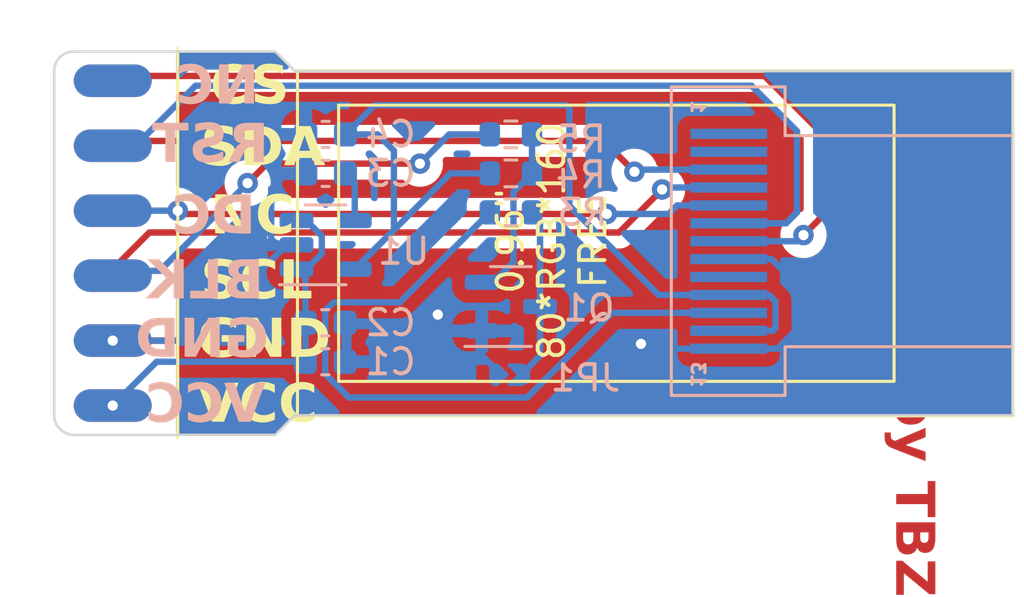
<source format=kicad_pcb>
(kicad_pcb (version 20221018) (generator pcbnew)
  (layers (0 "F.Cu" signal) (31 "B.Cu" signal) (34 "B.Paste" user) (35 "F.Paste" user) (36 "B.SilkS" user "B.Silkscreen") (37 "F.SilkS" user "F.Silkscreen") (38 "B.Mask" user) (39 "F.Mask" user) (44 "Edge.Cuts" user))
  (net 0 "")
  (net 1 "/3v3_ldo/VIN")
  (net 2 "/3v3_ldo/GND")
  (net 3 "Net-(U1-BP)")
  (net 4 "/3v3_ldo/VOUT")
  (net 5 "/PMOD_SPI/INT")
  (net 6 "/PMOD_SPI/RST")
  (net 7 "/PMOD_SPI/IO7")
  (net 8 "/PMOD_SPI/IO8")
  (net 9 "/PMOD_SPI/SCK")
  (net 10 "/PMOD_SPI/MISO")
  (net 11 "/PMOD_SPI/MOSI")
  (net 12 "/PMOD_SPI/CS")
  (net 13 "Net-(JP1-B)")
  (net 14 "Net-(Q1-B)")
  (net 15 "Net-(U4-LEDK)")
  (footprint "my_footprint:ips-16080-0.96" (layer "F.Cu") (at 170.115 84.455)
    (fp_text reference "U4" hide)
    (fp_text value "ips_0.96_16080")
    (fp_text user "1" (at 3.5814 -5.0038 270 unlocked) (layer "B.SilkS") (effects (font (size 0.5 0.5) (thickness 0.125)) (justify left bottom mirror)))
    (fp_text user "13" (at 3.5814 5.6896 270 unlocked) (layer "B.SilkS") (effects (font (size 0.5 0.5) (thickness 0.125)) (justify left bottom mirror)))
    (fp_text_box "0.96{dblquote}\n80*RGB*160\nFREE" (start -4.78277 5.318421) (end 2.83723 -5.476579) (angle 90) (layer "F.SilkS") (effects (font (size 1 1)) (justify top)))
    (fp_poly (pts (xy 16.17223 -4.206579) (xy 7.28223 -4.206579) (xy 7.28223 -6.111579) (xy 2.83723 -6.111579) (xy 2.83723 5.953421) (xy 7.28223 5.953421) (xy 7.28223 4.048421) (xy 16.17223 4.048421)) (stroke (width 0.12)) (fill none) (layer "B.SilkS"))
    (fp_rect (start -11.76777 -6.746579) (end 16.18223 6.753421) (stroke (width 0.12)) (fill none) (layer "F.SilkS"))
    (fp_rect (start -10.16 -5.396579) (end 11.54 5.403421) (stroke (width 0.12)) (fill none) (layer "F.SilkS"))
    (pad "1" smd rect (at 5.08 -4.2762) (size 3 0.4) (layers "B.Cu" "B.Paste" "B.Mask"))
    (pad "2" smd rect (at 5.08 -3.5762) (size 3 0.4) (layers "B.Cu" "B.Paste" "B.Mask"))
    (pad "3" smd rect (at 5.08 -2.8762) (size 3 0.4) (layers "B.Cu" "B.Paste" "B.Mask") (net 11 "/PMOD_SPI/MOSI"))
    (pad "4" smd rect (at 5.08 -2.1762) (size 3 0.4) (layers "B.Cu" "B.Paste" "B.Mask") (net 9 "/PMOD_SPI/SCK"))
    (pad "5" smd rect (at 5.08 -1.4762) (size 3 0.4) (layers "B.Cu" "B.Paste" "B.Mask") (net 7 "/PMOD_SPI/IO7"))
    (pad "6" smd rect (at 5.08 -0.7762) (size 3 0.4) (layers "B.Cu" "B.Paste" "B.Mask") (net 6 "/PMOD_SPI/RST"))
    (pad "7" smd rect (at 5.08 -0.0762) (size 3 0.4) (layers "B.Cu" "B.Paste" "B.Mask") (net 12 "/PMOD_SPI/CS"))
    (pad "8" smd rect (at 5.08 0.6238) (size 3 0.4) (layers "B.Cu" "B.Paste" "B.Mask") (net 2 "/3v3_ldo/GND"))
    (pad "9" smd rect (at 5.08 1.3238) (size 3 0.4) (layers "B.Cu" "B.Paste" "B.Mask"))
    (pad "10" smd rect (at 5.08 2.0238) (size 3 0.4) (layers "B.Cu" "B.Paste" "B.Mask") (net 4 "/3v3_ldo/VOUT"))
    (pad "11" smd rect (at 5.08 2.7238) (size 3 0.4) (layers "B.Cu" "B.Paste" "B.Mask") (net 15 "Net-(U4-LEDK)"))
    (pad "12" smd rect (at 5.08 3.4238) (size 3 0.4) (layers "B.Cu" "B.Paste" "B.Mask") (net 4 "/3v3_ldo/VOUT"))
    (pad "13" smd rect (at 5.08 4.1238) (size 3 0.4) (layers "B.Cu" "B.Paste" "B.Mask") (net 2 "/3v3_ldo/GND"))
  )
  (footprint "my_footprint:双面贴片排针" (layer "F.Cu") (at 151.13 84.455)
    (fp_text reference "J1" hide)
    (fp_text value "Conn_02x06_Odd_Even")
    (fp_line (start 2.54 -7.62) (end 2.54 7.62) (stroke (width 0.12)) (layer "F.SilkS"))
    (pad "1" smd roundrect (at 0 -6.35) (size 3.048 1.27) (layers "F.Cu" "F.Paste" "F.Mask") (roundrect_rratio 0.5) (net 12 "/PMOD_SPI/CS"))
    (pad "2" smd roundrect (at 0 -6.35) (size 3.048 1.27) (layers "B.Cu" "B.Paste" "B.Mask") (roundrect_rratio 0.5) (net 5 "/PMOD_SPI/INT"))
    (pad "3" smd roundrect (at 0 -3.81) (size 3.048 1.27) (layers "F.Cu" "F.Paste" "F.Mask") (roundrect_rratio 0.5) (net 11 "/PMOD_SPI/MOSI"))
    (pad "4" smd roundrect (at 0 -3.81) (size 3.048 1.27) (layers "B.Cu" "B.Paste" "B.Mask") (roundrect_rratio 0.5) (net 6 "/PMOD_SPI/RST"))
    (pad "5" smd roundrect (at 0 -1.27) (size 3.048 1.27) (layers "F.Cu" "F.Paste" "F.Mask") (roundrect_rratio 0.5) (net 10 "/PMOD_SPI/MISO"))
    (pad "6" smd roundrect (at 0 -1.27) (size 3.048 1.27) (layers "B.Cu" "B.Paste" "B.Mask") (roundrect_rratio 0.5) (net 7 "/PMOD_SPI/IO7"))
    (pad "7" smd roundrect (at 0 1.27) (size 3.048 1.27) (layers "F.Cu" "F.Paste" "F.Mask") (roundrect_rratio 0.5) (net 9 "/PMOD_SPI/SCK"))
    (pad "8" smd roundrect (at 0 1.27) (size 3.048 1.27) (layers "B.Cu" "B.Paste" "B.Mask") (roundrect_rratio 0.5) (net 8 "/PMOD_SPI/IO8"))
    (pad "9" smd roundrect (at 0 3.81) (size 3.048 1.27) (layers "F.Cu" "F.Paste" "F.Mask") (roundrect_rratio 0.5) (net 2 "/3v3_ldo/GND"))
    (pad "10" smd roundrect (at 0 3.81) (size 3.048 1.27) (layers "B.Cu" "B.Paste" "B.Mask") (roundrect_rratio 0.5) (net 2 "/3v3_ldo/GND"))
    (pad "11" smd roundrect (at 0 6.35) (size 3.048 1.27) (layers "F.Cu" "F.Paste" "F.Mask") (roundrect_rratio 0.5) (net 1 "/3v3_ldo/VIN"))
    (pad "12" smd roundrect (at 0 6.35) (size 3.048 1.27) (layers "B.Cu" "B.Paste" "B.Mask") (roundrect_rratio 0.5) (net 1 "/3v3_ldo/VIN"))
  )
  (footprint "Resistor_SMD:R_0603_1608Metric" (layer "B.Cu") (at 166.686 80.202)
    (fp_text reference "R5" (at 2.732 0.189) (layer "B.SilkS") (effects (justify mirror)))
    (fp_text value "1K")
    (fp_line (start -0.237258 -0.5225) (end 0.237258 -0.5225) (stroke (width 0.12)) (layer "B.SilkS"))
    (fp_line (start -0.237258 0.5225) (end 0.237258 0.5225) (stroke (width 0.12)) (layer "B.SilkS"))
    (pad "1" smd roundrect (at -0.825 0) (size 0.8 0.95) (layers "B.Cu" "B.Paste" "B.Mask") (net 8 "/PMOD_SPI/IO8"))
    (pad "2" smd roundrect (at 0.825 0) (size 0.8 0.95) (layers "B.Cu" "B.Paste" "B.Mask") (net 14 "Net-(Q1-B)"))
  )
  (footprint "Resistor_SMD:R_0603_1608Metric" (layer "B.Cu") (at 166.686 83.25 180)
    (fp_text reference "R3" (at -2.794 0) (layer "B.SilkS") (effects (justify mirror)))
    (fp_text value "10R")
    (fp_line (start -0.237258 -0.5225) (end 0.237258 -0.5225) (stroke (width 0.12)) (layer "B.SilkS"))
    (fp_line (start -0.237258 0.5225) (end 0.237258 0.5225) (stroke (width 0.12)) (layer "B.SilkS"))
    (pad "1" smd roundrect (at -0.825 0 180) (size 0.8 0.95) (layers "B.Cu" "B.Paste" "B.Mask") (net 13 "Net-(JP1-B)"))
    (pad "2" smd roundrect (at 0.825 0 180) (size 0.8 0.95) (layers "B.Cu" "B.Paste" "B.Mask") (net 15 "Net-(U4-LEDK)"))
  )
  (footprint "Capacitor_SMD:C_0603_1608Metric" (layer "B.Cu") (at 159.447 80.202)
    (fp_text reference "C4" (at 2.54 0) (layer "B.SilkS") (effects (justify mirror)))
    (fp_text value "4.7uF")
    (fp_line (start -0.14058 -0.51) (end 0.14058 -0.51) (stroke (width 0.12)) (layer "B.SilkS"))
    (fp_line (start -0.14058 0.51) (end 0.14058 0.51) (stroke (width 0.12)) (layer "B.SilkS"))
    (pad "1" smd roundrect (at -0.775 0) (size 0.9 0.95) (layers "B.Cu" "B.Paste" "B.Mask") (net 2 "/3v3_ldo/GND"))
    (pad "2" smd roundrect (at 0.775 0) (size 0.9 0.95) (layers "B.Cu" "B.Paste" "B.Mask") (net 4 "/3v3_ldo/VOUT"))
  )
  (footprint "my_footprint:Jumper-2-0402-Type_A" (layer "B.Cu") (at 166.676 89.6)
    (fp_text reference "JP1" (at 2.921 0.127 unlocked) (layer "B.SilkS") (effects (justify mirror)))
    (fp_text value "SolderJumper_2_Open")
    (pad "1" smd custom (at -0.4572 0) (size 0.102 0.102) (layers "B.Cu" "B.Paste" "B.Mask") (net 2 "/3v3_ldo/GND") (options (clearance outline) (anchor circle)) (primitives (gr_poly (pts (xy 0.318 0) (xy 0.191 0.127) (xy -0.063 0.381) (xy -0.19 0.381) (xy -0.317 0.254) (xy -0.317 0) (xy -0.317 -0.254) (xy -0.19 -0.381) (xy -0.063 -0.381) (xy 0.191 -0.127)) (width 0.12) (fill yes))))
    (pad "2" smd custom (at 0.508 0) (size 0.102 0.102) (layers "B.Cu" "B.Paste" "B.Mask") (net 13 "Net-(JP1-B)") (options (clearance outline) (anchor circle)) (primitives (gr_poly (pts (xy -0.569 0.381) (xy -0.061 0.381) (xy 0.193 0.254) (xy 0.193 -0.254) (xy -0.061 -0.381) (xy -0.569 -0.381) (xy -0.188 0)) (width 0.12) (fill yes))))
  )
  (footprint "Package_TO_SOT_SMD:SOT-23-3" (layer "B.Cu") (at 166.686 86.933)
    (fp_text reference "Q1" (at 3.048 0.061) (layer "B.SilkS") (effects (justify mirror)))
    (fp_text value "S8050")
    (fp_line (start 0 -1.56) (end -0.8 -1.56) (stroke (width 0.12)) (layer "B.SilkS"))
    (fp_line (start 0 -1.56) (end 0.8 -1.56) (stroke (width 0.12)) (layer "B.SilkS"))
    (fp_line (start 0 1.56) (end -1.8 1.56) (stroke (width 0.12)) (layer "B.SilkS"))
    (fp_line (start 0 1.56) (end 0.8 1.56) (stroke (width 0.12)) (layer "B.SilkS"))
    (pad "1" smd roundrect (at -1.1375 0.95) (size 1.325 0.6) (layers "B.Cu" "B.Paste" "B.Mask") (net 2 "/3v3_ldo/GND"))
    (pad "2" smd roundrect (at -1.1375 -0.95) (size 1.325 0.6) (layers "B.Cu" "B.Paste" "B.Mask") (net 14 "Net-(Q1-B)"))
    (pad "3" smd roundrect (at 1.1375 0) (size 1.325 0.6) (layers "B.Cu" "B.Paste" "B.Mask") (net 13 "Net-(JP1-B)"))
  )
  (footprint "Package_TO_SOT_SMD:SOT-23-5" (layer "B.Cu") (at 159.447 84.52)
    (fp_text reference "U1" (at 3.048 0.254) (layer "B.SilkS") (effects (justify mirror)))
    (fp_text value "RT9193-33GB")
    (fp_line (start 0 -1.56) (end -0.8 -1.56) (stroke (width 0.12)) (layer "B.SilkS"))
    (fp_line (start 0 -1.56) (end 0.8 -1.56) (stroke (width 0.12)) (layer "B.SilkS"))
    (fp_line (start 0 1.56) (end -1.8 1.56) (stroke (width 0.12)) (layer "B.SilkS"))
    (fp_line (start 0 1.56) (end 0.8 1.56) (stroke (width 0.12)) (layer "B.SilkS"))
    (pad "1" smd roundrect (at -1.1375 0.95) (size 1.325 0.6) (layers "B.Cu" "B.Paste" "B.Mask") (net 1 "/3v3_ldo/VIN"))
    (pad "2" smd roundrect (at -1.1375 0) (size 1.325 0.6) (layers "B.Cu" "B.Paste" "B.Mask") (net 2 "/3v3_ldo/GND"))
    (pad "3" smd roundrect (at -1.1375 -0.95) (size 1.325 0.6) (layers "B.Cu" "B.Paste" "B.Mask") (net 1 "/3v3_ldo/VIN"))
    (pad "4" smd roundrect (at 1.1375 -0.95) (size 1.325 0.6) (layers "B.Cu" "B.Paste" "B.Mask") (net 3 "Net-(U1-BP)"))
    (pad "5" smd roundrect (at 1.1375 0.95) (size 1.325 0.6) (layers "B.Cu" "B.Paste" "B.Mask") (net 4 "/3v3_ldo/VOUT"))
  )
  (footprint "Capacitor_SMD:C_0603_1608Metric" (layer "B.Cu") (at 159.447 81.726 180)
    (fp_text reference "C3" (at -2.54 0) (layer "B.SilkS") (effects (justify mirror)))
    (fp_text value "22nF")
    (fp_line (start -0.14058 -0.51) (end 0.14058 -0.51) (stroke (width 0.12)) (layer "B.SilkS"))
    (fp_line (start -0.14058 0.51) (end 0.14058 0.51) (stroke (width 0.12)) (layer "B.SilkS"))
    (pad "1" smd roundrect (at -0.775 0 180) (size 0.9 0.95) (layers "B.Cu" "B.Paste" "B.Mask") (net 3 "Net-(U1-BP)"))
    (pad "2" smd roundrect (at 0.775 0 180) (size 0.9 0.95) (layers "B.Cu" "B.Paste" "B.Mask") (net 2 "/3v3_ldo/GND"))
  )
  (footprint "Capacitor_SMD:C_0603_1608Metric" (layer "B.Cu") (at 159.434 89.092)
    (fp_text reference "C1" (at 2.553 0) (layer "B.SilkS") (effects (justify mirror)))
    (fp_text value "4.7uF")
    (fp_line (start -0.14058 -0.51) (end 0.14058 -0.51) (stroke (width 0.12)) (layer "B.SilkS"))
    (fp_line (start -0.14058 0.51) (end 0.14058 0.51) (stroke (width 0.12)) (layer "B.SilkS"))
    (pad "1" smd roundrect (at -0.775 0) (size 0.9 0.95) (layers "B.Cu" "B.Paste" "B.Mask") (net 1 "/3v3_ldo/VIN"))
    (pad "2" smd roundrect (at 0.775 0) (size 0.9 0.95) (layers "B.Cu" "B.Paste" "B.Mask") (net 2 "/3v3_ldo/GND"))
  )
  (footprint "Resistor_SMD:R_0603_1608Metric" (layer "B.Cu") (at 166.686 81.726)
    (fp_text reference "R4" (at 2.732 0.062) (layer "B.SilkS") (effects (justify mirror)))
    (fp_text value "10K")
    (fp_line (start -0.237258 -0.5225) (end 0.237258 -0.5225) (stroke (width 0.12)) (layer "B.SilkS"))
    (fp_line (start -0.237258 0.5225) (end 0.237258 0.5225) (stroke (width 0.12)) (layer "B.SilkS"))
    (pad "1" smd roundrect (at -0.825 0) (size 0.8 0.95) (layers "B.Cu" "B.Paste" "B.Mask") (net 4 "/3v3_ldo/VOUT"))
    (pad "2" smd roundrect (at 0.825 0) (size 0.8 0.95) (layers "B.Cu" "B.Paste" "B.Mask") (net 14 "Net-(Q1-B)"))
  )
  (footprint "Capacitor_SMD:C_0603_1608Metric" (layer "B.Cu") (at 159.434 87.568)
    (fp_text reference "C2" (at 2.553 0) (layer "B.SilkS") (effects (justify mirror)))
    (fp_text value "104")
    (fp_line (start -0.14058 -0.51) (end 0.14058 -0.51) (stroke (width 0.12)) (layer "B.SilkS"))
    (fp_line (start -0.14058 0.51) (end 0.14058 0.51) (stroke (width 0.12)) (layer "B.SilkS"))
    (pad "1" smd roundrect (at -0.775 0) (size 0.9 0.95) (layers "B.Cu" "B.Paste" "B.Mask") (net 1 "/3v3_ldo/VIN"))
    (pad "2" smd roundrect (at 0.775 0) (size 0.9 0.95) (layers "B.Cu" "B.Paste" "B.Mask") (net 2 "/3v3_ldo/GND"))
  )
  (gr_line (start 157.48 91.948) (end 149.606 91.948) (stroke (width 0.1)) (layer "Edge.Cuts"))
  (gr_line (start 158.242 77.724) (end 186.309 77.724) (stroke (width 0.1)) (layer "Edge.Cuts"))
  (gr_line (start 148.844 91.186) (end 148.844 77.724) (stroke (width 0.1)) (layer "Edge.Cuts"))
  (gr_arc (start 149.606 91.948) (mid 149.067185 91.724815) (end 148.844 91.186) (stroke (width 0.1)) (layer "Edge.Cuts"))
  (gr_line (start 186.309 91.186) (end 158.242 91.186) (stroke (width 0.1)) (layer "Edge.Cuts"))
  (gr_line (start 186.309 91.186) (end 186.309 77.724) (stroke (width 0.1)) (layer "Edge.Cuts"))
  (gr_line (start 149.606 76.962) (end 157.48 76.962) (stroke (width 0.1)) (layer "Edge.Cuts"))
  (gr_line (start 158.242 91.186) (end 157.48 91.948) (stroke (width 0.1)) (layer "Edge.Cuts"))
  (gr_line (start 158.242 77.724) (end 157.48 76.962) (stroke (width 0.1)) (layer "Edge.Cuts"))
  (gr_arc (start 148.844 77.724) (mid 149.067185 77.185185) (end 149.606 76.962) (stroke (width 0.1)) (layer "Edge.Cuts"))
  (gr_text "Designed by TBZ" (at 181.483 78.359 -90) (layer "F.Cu") (effects (font (size 1.5 1.5) (thickness 0.3) bold) (justify left bottom)))
  (gr_text "BLK" (at 157.034 86.868) (layer "B.SilkS") (effects (font (size 1.5 1.5) (thickness 0.2) bold) (justify left bottom mirror)))
  (gr_text "DC" (at 156.718 84.328) (layer "B.SilkS") (effects (font (size 1.5 1.5) (thickness 0.2) bold) (justify left bottom mirror)))
  (gr_text "GND" (at 157.226 89.154) (layer "B.SilkS") (effects (font (size 1.5 1.5) (thickness 0.2) bold) (justify left bottom mirror)))
  (gr_text "NC\n" (at 156.845 79.248) (layer "B.SilkS") (effects (font (size 1.5 1.5) (thickness 0.2) bold) (justify left bottom mirror)))
  (gr_text "RST" (at 157.226 81.534) (layer "B.SilkS") (effects (font (size 1.5 1.5) (thickness 0.2) bold) (justify left bottom mirror)))
  (gr_text "VCC" (at 157.099 91.694) (layer "B.SilkS") (effects (font (size 1.5 1.5) (thickness 0.2) bold) (justify left bottom mirror)))
  (gr_text "GND" (at 154.432 89.154) (layer "F.SilkS") (effects (font (size 1.5 1.5) (thickness 0.2) bold) (justify left bottom)))
  (gr_text "SCL" (at 154.559 86.868) (layer "F.SilkS") (effects (font (size 1.5 1.5) (thickness 0.2) bold) (justify left bottom)))
  (gr_text "NC" (at 154.94 84.328) (layer "F.SilkS") (effects (font (size 1.5 1.5) (thickness 0.3) bold) (justify left bottom)))
  (gr_text "SDA" (at 154.559 81.661) (layer "F.SilkS") (effects (font (size 1.5 1.5) (thickness 0.3) bold) (justify left bottom)))
  (gr_text "CS" (at 154.94 79.248) (layer "F.SilkS") (effects (font (size 1.5 1.5) (thickness 0.2) bold) (justify left bottom)))
  (gr_text "VCC" (at 154.432 91.694) (layer "F.SilkS") (effects (font (size 1.5 1.5) (thickness 0.2) bold) (justify left bottom)))
  (via (at 151.13 90.805002) (size 0.8) (drill 0.4) (layers "F.Cu" "B.Cu") (net 1))
  (segment (start 159.297 84.173249) (end 159.297 84.866751) (width 0.25) (layer "B.Cu") (net 1))
  (segment (start 158.659 87.568) (end 158.659 85.8195) (width 0.25) (layer "B.Cu") (net 1))
  (segment (start 158.693751 85.47) (end 158.3095 85.47) (width 0.25) (layer "B.Cu") (net 1))
  (segment (start 152.843002 89.092) (end 151.13 90.805002) (width 0.25) (layer "B.Cu") (net 1))
  (segment (start 158.659 89.092) (end 152.843002 89.092) (width 0.25) (layer "B.Cu") (net 1))
  (segment (start 158.693751 83.57) (end 159.297 84.173249) (width 0.25) (layer "B.Cu") (net 1))
  (segment (start 159.297 84.866751) (end 158.693751 85.47) (width 0.25) (layer "B.Cu") (net 1))
  (segment (start 158.659 89.092) (end 158.659 87.568) (width 0.25) (layer "B.Cu") (net 1))
  (segment (start 158.659 85.8195) (end 158.3095 85.47) (width 0.25) (layer "B.Cu") (net 1))
  (segment (start 158.3095 83.57) (end 158.693751 83.57) (width 0.25) (layer "B.Cu") (net 1))
  (segment (start 171.6405 88.265) (end 171.7675 88.392) (width 0.25) (layer "F.Cu") (net 2))
  (segment (start 163.83 87.249) (end 162.814 88.265) (width 0.25) (layer "F.Cu") (net 2))
  (segment (start 151.13 88.265) (end 171.6405 88.265) (width 0.25) (layer "F.Cu") (net 2))
  (segment (start 162.814 88.265) (end 151.13 88.265) (width 0.25) (layer "F.Cu") (net 2))
  (via (at 171.7675 88.392) (size 0.8) (drill 0.4) (layers "F.Cu" "B.Cu") (net 2))
  (via (at 163.83 87.249) (size 0.8) (drill 0.4) (layers "F.Cu" "B.Cu") (net 2))
  (via (at 151.13 88.265) (size 0.8) (drill 0.4) (layers "F.Cu" "B.Cu") (net 2))
  (segment (start 177.927 86.137) (end 177.927 87.757) (width 0.25) (layer "B.Cu") (net 2))
  (segment (start 160.209 89.092) (end 165.797 89.092) (width 0.25) (layer "B.Cu") (net 2))
  (segment (start 157.322 84.297) (end 157.545 84.52) (width 0.25) (layer "B.Cu") (net 2))
  (segment (start 165.797 89.092) (end 166.305 89.6) (width 0.25) (layer "B.Cu") (net 2))
  (segment (start 175.2712 85.0788) (end 176.8688 85.0788) (width 0.25) (layer "B.Cu") (net 2))
  (segment (start 160.209 87.568) (end 160.209 89.092) (width 0.25) (layer "B.Cu") (net 2))
  (segment (start 151.13 88.265) (end 154.178 88.265) (width 0.25) (layer "B.Cu") (net 2))
  (segment (start 177.1052 88.5788) (end 175.195 88.5788) (width 0.25) (layer "B.Cu") (net 2))
  (segment (start 154.178 88.265) (end 155.448 86.995) (width 0.25) (layer "B.Cu") (net 2))
  (segment (start 158.672 80.202) (end 158.672 81.726) (width 0.25) (layer "B.Cu") (net 2))
  (segment (start 157.923 81.726) (end 157.322 82.327) (width 0.25) (layer "B.Cu") (net 2))
  (segment (start 157.545 84.52) (end 158.3095 84.52) (width 0.25) (layer "B.Cu") (net 2))
  (segment (start 166.305 89.6) (end 165.5485 88.8435) (width 0.25) (layer "B.Cu") (net 2))
  (segment (start 155.450249 86.995) (end 157.925249 84.52) (width 0.25) (layer "B.Cu") (net 2))
  (segment (start 165.5485 88.8435) (end 165.5485 87.883) (width 0.25) (layer "B.Cu") (net 2))
  (segment (start 175.195 88.5788) (end 171.9543 88.5788) (width 0.25) (layer "B.Cu") (net 2))
  (segment (start 164.464 87.883) (end 163.83 87.249) (width 0.25) (layer "B.Cu") (net 2))
  (segment (start 177.927 87.757) (end 177.1052 88.5788) (width 0.25) (layer "B.Cu") (net 2))
  (segment (start 176.8688 85.0788) (end 177.927 86.137) (width 0.25) (layer "B.Cu") (net 2))
  (segment (start 157.925249 84.52) (end 158.3095 84.52) (width 0.25) (layer "B.Cu") (net 2))
  (segment (start 165.5485 87.883) (end 164.464 87.883) (width 0.25) (layer "B.Cu") (net 2))
  (segment (start 155.448 86.995) (end 155.450249 86.995) (width 0.25) (layer "B.Cu") (net 2))
  (segment (start 158.672 81.726) (end 157.923 81.726) (width 0.25) (layer "B.Cu") (net 2))
  (segment (start 157.322 82.327) (end 157.322 84.297) (width 0.25) (layer "B.Cu") (net 2))
  (segment (start 171.9543 88.5788) (end 171.7675 88.392) (width 0.25) (layer "B.Cu") (net 2))
  (segment (start 160.5845 82.0885) (end 160.222 81.726) (width 0.25) (layer "B.Cu") (net 3))
  (segment (start 160.5845 83.57) (end 160.5845 82.0885) (width 0.25) (layer "B.Cu") (net 3))
  (segment (start 160.222 80.202) (end 161.479 80.202) (width 0.25) (layer "B.Cu") (net 4))
  (segment (start 168.845 79.059) (end 161.365 79.059) (width 0.25) (layer "B.Cu") (net 4))
  (segment (start 161.479 80.202) (end 162.114 80.837) (width 0.25) (layer "B.Cu") (net 4))
  (segment (start 177.02 86.73) (end 176.7688 86.4788) (width 0.25) (layer "B.Cu") (net 4))
  (segment (start 168.972 79.186) (end 168.845 79.059) (width 0.25) (layer "B.Cu") (net 4))
  (segment (start 168.972 82.996) (end 168.972 79.186) (width 0.25) (layer "B.Cu") (net 4))
  (segment (start 161.365 79.059) (end 160.222 80.202) (width 0.25) (layer "B.Cu") (net 4))
  (segment (start 176.7688 86.4788) (end 172.4548 86.4788) (width 0.25) (layer "B.Cu") (net 4))
  (segment (start 160.5845 85.47) (end 162.114 83.9405) (width 0.25) (layer "B.Cu") (net 4))
  (segment (start 177.02 87.78) (end 177.02 86.73) (width 0.25) (layer "B.Cu") (net 4))
  (segment (start 162.114 83.9405) (end 162.114 80.837) (width 0.25) (layer "B.Cu") (net 4))
  (segment (start 164.3285 81.726) (end 165.861 81.726) (width 0.25) (layer "B.Cu") (net 4))
  (segment (start 175.2712 87.8788) (end 176.9212 87.8788) (width 0.25) (layer "B.Cu") (net 4))
  (segment (start 160.5845 85.47) (end 164.3285 81.726) (width 0.25) (layer "B.Cu") (net 4))
  (segment (start 172.4548 86.4788) (end 168.972 82.996) (width 0.25) (layer "B.Cu") (net 4))
  (segment (start 176.9212 87.8788) (end 177.02 87.78) (width 0.25) (layer "B.Cu") (net 4))
  (segment (start 151.065 80.456) (end 152.208 80.456) (width 0.25) (layer "B.Cu") (net 6))
  (segment (start 176.084 78.297) (end 177.862 80.075) (width 0.25) (layer "B.Cu") (net 6))
  (segment (start 154.367 78.297) (end 176.084 78.297) (width 0.25) (layer "B.Cu") (net 6))
  (segment (start 177.862 80.075) (end 177.862 83.25) (width 0.25) (layer "B.Cu") (net 6))
  (segment (start 177.862 83.25) (end 177.4332 83.6788) (width 0.25) (layer "B.Cu") (net 6))
  (segment (start 177.4332 83.6788) (end 175.195 83.6788) (width 0.25) (layer "B.Cu") (net 6))
  (segment (start 152.208 80.456) (end 154.367 78.297) (width 0.25) (layer "B.Cu") (net 6))
  (segment (start 170.434 83.312) (end 153.797 83.312) (width 0.25) (layer "F.Cu") (net 7))
  (segment (start 153.797 83.312) (end 153.67 83.185) (width 0.25) (layer "F.Cu") (net 7))
  (via (at 153.67 83.185) (size 0.8) (drill 0.4) (layers "F.Cu" "B.Cu") (net 7))
  (via (at 170.434 83.312) (size 0.8) (drill 0.4) (layers "F.Cu" "B.Cu") (net 7))
  (segment (start 151.13 83.185) (end 153.67 83.185) (width 0.25) (layer "B.Cu") (net 7))
  (segment (start 172.847 83.312) (end 170.434 83.312) (width 0.25) (layer "B.Cu") (net 7))
  (segment (start 173.1802 82.9788) (end 172.847 83.312) (width 0.25) (layer "B.Cu") (net 7))
  (segment (start 175.195 82.9788) (end 173.1802 82.9788) (width 0.25) (layer "B.Cu") (net 7))
  (segment (start 156.399 82.107) (end 157.161 81.345) (width 0.25) (layer "F.Cu") (net 8))
  (segment (start 157.161 81.345) (end 163.13 81.345) (width 0.25) (layer "F.Cu") (net 8))
  (via (at 156.399 82.107) (size 0.8) (drill 0.4) (layers "F.Cu" "B.Cu") (net 8))
  (via (at 163.13 81.345) (size 0.8) (drill 0.4) (layers "F.Cu" "B.Cu") (net 8))
  (segment (start 164.273 80.202) (end 165.861 80.202) (width 0.25) (layer "B.Cu") (net 8))
  (segment (start 152.97 85.536) (end 156.399 82.107) (width 0.25) (layer "B.Cu") (net 8))
  (segment (start 151.065 85.536) (end 152.97 85.536) (width 0.25) (layer "B.Cu") (net 8))
  (segment (start 163.13 81.345) (end 164.273 80.202) (width 0.25) (layer "B.Cu") (net 8))
  (segment (start 170.9115 84.0365) (end 172.593 82.355) (width 0.25) (layer "F.Cu") (net 9))
  (segment (start 151.065 85.536) (end 152.5645 84.0365) (width 0.25) (layer "F.Cu") (net 9))
  (segment (start 152.5645 84.0365) (end 170.9115 84.0365) (width 0.25) (layer "F.Cu") (net 9))
  (via (at 172.593 82.355) (size 0.8) (drill 0.4) (layers "F.Cu" "B.Cu") (net 9))
  (segment (start 172.6692 82.2788) (end 172.593 82.355) (width 0.25) (layer "B.Cu") (net 9))
  (segment (start 175.195 82.2788) (end 172.6692 82.2788) (width 0.25) (layer "B.Cu") (net 9))
  (segment (start 170.307 80.456) (end 171.512 81.661) (width 0.25) (layer "F.Cu") (net 11))
  (segment (start 151.065 80.456) (end 170.307 80.456) (width 0.25) (layer "F.Cu") (net 11))
  (via (at 171.512 81.661) (size 0.8) (drill 0.4) (layers "F.Cu" "B.Cu") (net 11))
  (segment (start 175.195 81.5788) (end 171.5942 81.5788) (width 0.25) (layer "B.Cu") (net 11))
  (segment (start 171.5942 81.5788) (end 171.512 81.661) (width 0.25) (layer "B.Cu") (net 11))
  (segment (start 178.751 83.504) (end 178.116 84.139) (width 0.25) (layer "F.Cu") (net 12))
  (segment (start 151.065 77.916) (end 176.592 77.916) (width 0.25) (layer "F.Cu") (net 12))
  (segment (start 178.751 80.075) (end 178.751 82.996) (width 0.25) (layer "F.Cu") (net 12))
  (segment (start 178.751 82.996) (end 178.751 83.504) (width 0.25) (layer "F.Cu") (net 12))
  (segment (start 176.592 77.916) (end 178.751 80.075) (width 0.25) (layer "F.Cu") (net 12))
  (via (at 178.116 84.139) (size 0.8) (drill 0.4) (layers "F.Cu" "B.Cu") (net 12))
  (segment (start 178.116 84.139) (end 177.8762 84.3788) (width 0.25) (layer "B.Cu") (net 12))
  (segment (start 177.8762 84.3788) (end 175.195 84.3788) (width 0.25) (layer "B.Cu") (net 12))
  (segment (start 167.8235 86.933) (end 167.8235 88.8589) (width 0.25) (layer "B.Cu") (net 13))
  (segment (start 167.8235 86.933) (end 167.8235 83.5625) (width 0.25) (layer "B.Cu") (net 13))
  (segment (start 167.8235 83.5625) (end 167.511 83.25) (width 0.25) (layer "B.Cu") (net 13))
  (segment (start 167.8235 88.8589) (end 167.0824 89.6) (width 0.25) (layer "B.Cu") (net 13))
  (segment (start 165.5485 85.983) (end 165.995462 85.983) (width 0.25) (layer "B.Cu") (net 14))
  (segment (start 165.995462 85.983) (end 166.786 85.192462) (width 0.25) (layer "B.Cu") (net 14))
  (segment (start 166.786 85.192462) (end 166.786 82.451) (width 0.25) (layer "B.Cu") (net 14))
  (segment (start 166.786 82.451) (end 167.511 81.726) (width 0.25) (layer "B.Cu") (net 14))
  (segment (start 167.511 80.202) (end 167.511 81.726) (width 0.25) (layer "B.Cu") (net 14))
  (segment (start 175.195 87.1788) (end 170.6312 87.1788) (width 0.25) (layer "B.Cu") (net 15))
  (segment (start 159.434 89.569817) (end 159.434 87.090183) (width 0.25) (layer "B.Cu") (net 15))
  (segment (start 162.343 86.768) (end 165.861 83.25) (width 0.25) (layer "B.Cu") (net 15))
  (segment (start 160.353183 90.489) (end 159.434 89.569817) (width 0.25) (layer "B.Cu") (net 15))
  (segment (start 167.321 90.489) (end 160.353183 90.489) (width 0.25) (layer "B.Cu") (net 15))
  (segment (start 170.6312 87.1788) (end 167.321 90.489) (width 0.25) (layer "B.Cu") (net 15))
  (segment (start 159.434 87.090183) (end 159.756183 86.768) (width 0.25) (layer "B.Cu") (net 15))
  (segment (start 159.756183 86.768) (end 162.343 86.768) (width 0.25) (layer "B.Cu") (net 15))
  (zone (net 2) (net_name "/3v3_ldo/GND") (layers "F&B.Cu") (connect_pads (clearance 0.5)) (min_thickness 0.25) (fill yes (thermal_gap 0.5) (thermal_bridge_width 0.5) (island_removal_mode 1) (island_area_min 10))
    (polygon (pts (xy 153.605 76.265) (xy 186.752 76.265) (xy 186.625 92.267) (xy 153.605 92.394)))
  )
)
</source>
